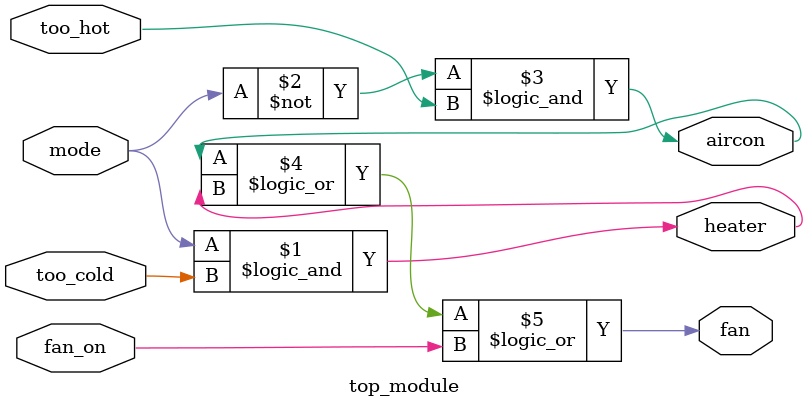
<source format=v>
module top_module (
    input too_cold,
    input too_hot,
    input mode,
    input fan_on,
    output heater,
    output aircon,
    output fan
); 
    
    assign heater = mode && too_cold;
    assign aircon = (~mode) && too_hot;
    assign fan = aircon || heater || fan_on;
    
endmodule

</source>
